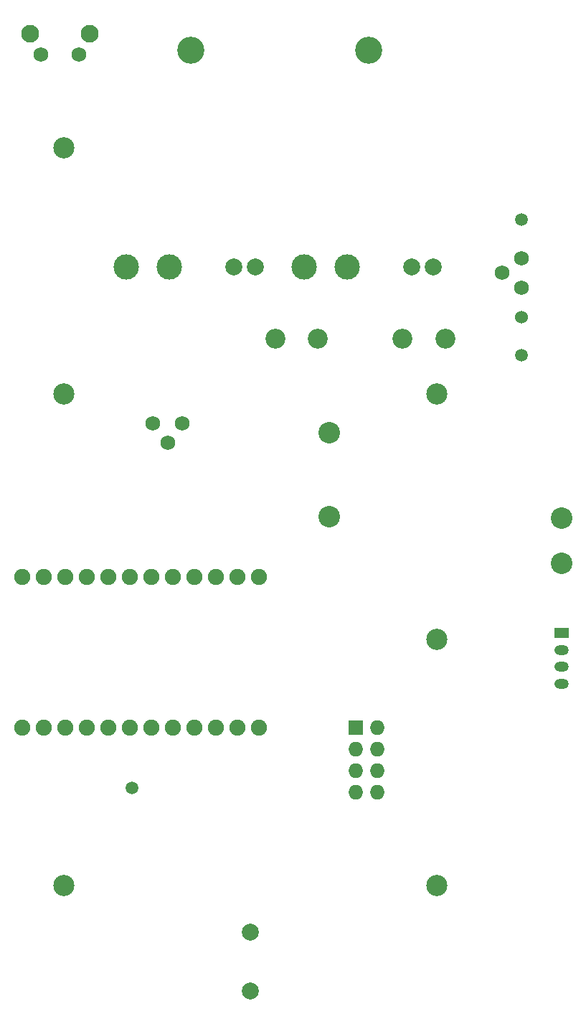
<source format=gbs>
G04 #@! TF.FileFunction,Soldermask,Bot*
%FSLAX46Y46*%
G04 Gerber Fmt 4.6, Leading zero omitted, Abs format (unit mm)*
G04 Created by KiCad (PCBNEW 4.0.5) date 01/03/17 14:11:24*
%MOMM*%
%LPD*%
G01*
G04 APERTURE LIST*
%ADD10C,0.100000*%
%ADD11C,3.000000*%
%ADD12C,2.000000*%
%ADD13C,3.200000*%
%ADD14C,1.900000*%
%ADD15O,1.727200X1.727200*%
%ADD16R,1.727200X1.727200*%
%ADD17C,2.500000*%
%ADD18C,2.349500*%
%ADD19C,1.750000*%
%ADD20C,1.524000*%
%ADD21C,2.540000*%
%ADD22R,1.700000X1.200000*%
%ADD23O,1.700000X1.200000*%
%ADD24C,2.100000*%
%ADD25C,1.500000*%
G04 APERTURE END LIST*
D10*
D11*
X154380000Y-59580000D03*
X159460000Y-59580000D03*
D12*
X167080000Y-59580000D03*
X169620000Y-59580000D03*
D13*
X162000000Y-34000000D03*
D11*
X133380000Y-59580000D03*
X138460000Y-59580000D03*
D12*
X146080000Y-59580000D03*
X148620000Y-59580000D03*
D13*
X141000000Y-34000000D03*
D14*
X149000000Y-96110000D03*
X146460000Y-96110000D03*
X143920000Y-96110000D03*
X141380000Y-96110000D03*
X138840000Y-96110000D03*
X136300000Y-96110000D03*
X133760000Y-96110000D03*
X131220000Y-96110000D03*
X128680000Y-96110000D03*
X126140000Y-96110000D03*
X123600000Y-96110000D03*
X121060000Y-96110000D03*
X149000000Y-113890000D03*
X146460000Y-113890000D03*
X143920000Y-113890000D03*
X141380000Y-113890000D03*
X138840000Y-113890000D03*
X136300000Y-113890000D03*
X133760000Y-113890000D03*
X131220000Y-113890000D03*
X128680000Y-113890000D03*
X126140000Y-113890000D03*
X123600000Y-113890000D03*
X121060000Y-113890000D03*
D15*
X160460000Y-121540000D03*
X163000000Y-121540000D03*
X160460000Y-119000000D03*
X163000000Y-119000000D03*
X160460000Y-116460000D03*
X163000000Y-116460000D03*
D16*
X160460000Y-113920000D03*
D15*
X163000000Y-113920000D03*
D17*
X126000000Y-45500000D03*
X170000000Y-103500000D03*
X126000000Y-74500000D03*
X170000000Y-74500000D03*
X170000000Y-132500000D03*
D18*
X155997480Y-68000000D03*
X150998760Y-68000000D03*
X166000000Y-68000000D03*
X170998720Y-68000000D03*
D12*
X148000000Y-145000000D03*
X148000000Y-138000000D03*
D19*
X180000000Y-58500000D03*
X180000000Y-62000000D03*
X177700000Y-60250000D03*
D20*
X180000000Y-65500000D03*
D19*
X136500000Y-78000000D03*
X140000000Y-78000000D03*
X138250000Y-80300000D03*
D21*
X184716000Y-94493000D03*
X184716000Y-89184400D03*
X157284000Y-89006600D03*
X157284000Y-79100600D03*
D22*
X184750000Y-102750000D03*
D23*
X184750000Y-104750000D03*
X184750000Y-106750000D03*
X184750000Y-108750000D03*
D24*
X122000000Y-32000000D03*
D19*
X123260000Y-34490000D03*
X127760000Y-34490000D03*
D24*
X129010000Y-32000000D03*
D25*
X180000000Y-70000000D03*
X180000000Y-54000000D03*
X134000000Y-121000000D03*
D17*
X126000000Y-132500000D03*
M02*

</source>
